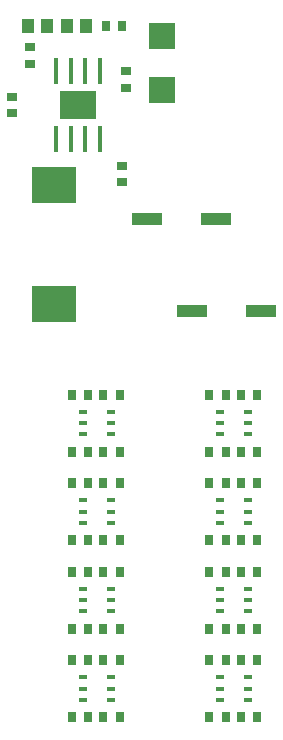
<source format=gtp>
%FSAX43Y43*%
%MOMM*%
G71*
G01*
G75*
G04 Layer_Color=8421504*
%ADD10R,2.540X1.016*%
%ADD11R,2.300X2.300*%
%ADD12R,0.800X0.900*%
%ADD13R,0.800X0.350*%
%ADD14R,0.450X2.200*%
%ADD15R,3.100X2.400*%
%ADD16R,0.900X0.800*%
%ADD17R,1.000X1.300*%
%ADD18R,3.683X3.048*%
%ADD19C,0.381*%
%ADD20C,0.254*%
%ADD21C,0.889*%
%ADD22C,0.762*%
%ADD23C,0.508*%
%ADD24C,1.016*%
%ADD25C,1.270*%
%ADD26R,4.318X2.921*%
%ADD27R,4.699X3.810*%
%ADD28R,1.270X1.270*%
%ADD29R,1.172X0.820*%
%ADD30R,1.016X1.016*%
%ADD31R,1.143X1.074*%
%ADD32R,1.001X1.074*%
%ADD33R,1.143X1.074*%
%ADD34R,3.302X2.159*%
%ADD35R,3.937X2.540*%
%ADD36R,2.032X2.032*%
%ADD37R,2.024X2.159*%
%ADD38R,2.032X2.159*%
%ADD39R,2.257X2.180*%
%ADD40R,2.794X2.794*%
%ADD41R,10.287X1.778*%
%ADD42R,10.287X1.651*%
%ADD43R,0.635X0.762*%
%ADD44R,2.591X1.778*%
%ADD45R,1.575X1.397*%
%ADD46R,2.540X1.016*%
%ADD47R,1.473X29.972*%
%ADD48R,2.540X1.778*%
%ADD49R,1.524X1.397*%
%ADD50R,1.397X29.972*%
%ADD51R,7.112X2.413*%
%ADD52R,2.794X6.731*%
%ADD53R,1.016X6.731*%
%ADD54C,0.508*%
%ADD55C,1.524*%
%ADD56C,1.016*%
%ADD57R,1.500X1.500*%
%ADD58C,1.500*%
%ADD59R,1.500X1.500*%
%ADD60C,4.000*%
%ADD61R,1.524X1.524*%
%ADD62R,2.000X2.000*%
%ADD63C,2.000*%
%ADD64C,1.600*%
%ADD65C,1.778*%
%ADD66R,1.100X1.700*%
%ADD67R,2.413X3.048*%
%ADD68R,2.413X2.540*%
%ADD69R,1.898X2.032*%
%ADD70R,1.397X1.397*%
%ADD71R,2.286X2.286*%
%ADD72R,1.898X2.024*%
%ADD73R,1.898X2.041*%
%ADD74R,1.898X2.215*%
%ADD75C,0.250*%
%ADD76C,0.127*%
%ADD77C,0.200*%
%ADD78C,0.100*%
D10*
X0131826Y0100965D02*
D03*
X0125984D02*
D03*
X0135636Y0093218D02*
D03*
X0129794D02*
D03*
D11*
X0127254Y0116423D02*
D03*
Y0111923D02*
D03*
D12*
X0123687Y0071120D02*
D03*
X0122287D02*
D03*
X0135320D02*
D03*
X0133920D02*
D03*
X0121020Y0066294D02*
D03*
X0119620D02*
D03*
X0123687D02*
D03*
X0122287D02*
D03*
X0121020Y0071120D02*
D03*
X0119620D02*
D03*
X0132653D02*
D03*
X0131253D02*
D03*
X0132653Y0066294D02*
D03*
X0131253D02*
D03*
X0135320D02*
D03*
X0133920D02*
D03*
X0123687Y0058801D02*
D03*
X0122287D02*
D03*
X0135320D02*
D03*
X0133920D02*
D03*
X0121020Y0063627D02*
D03*
X0119620D02*
D03*
X0123687D02*
D03*
X0122287D02*
D03*
X0135320D02*
D03*
X0133920D02*
D03*
X0121020Y0058801D02*
D03*
X0119620D02*
D03*
X0132653Y0063627D02*
D03*
X0131253D02*
D03*
X0132653Y0058801D02*
D03*
X0131253D02*
D03*
X0123687Y0081280D02*
D03*
X0122287D02*
D03*
X0123687Y0086106D02*
D03*
X0122287D02*
D03*
X0121020Y0081280D02*
D03*
X0119620D02*
D03*
X0121020Y0086106D02*
D03*
X0119620D02*
D03*
X0135320Y0081280D02*
D03*
X0133920D02*
D03*
X0132653D02*
D03*
X0131253D02*
D03*
X0132653Y0086106D02*
D03*
X0131253D02*
D03*
X0135320D02*
D03*
X0133920D02*
D03*
X0123687Y0073787D02*
D03*
X0122287D02*
D03*
X0121020Y0078613D02*
D03*
X0119620D02*
D03*
X0121020Y0073787D02*
D03*
X0119620D02*
D03*
X0123687Y0078613D02*
D03*
X0122287D02*
D03*
X0132653D02*
D03*
X0131253D02*
D03*
X0132653Y0073787D02*
D03*
X0131253D02*
D03*
X0135320Y0078613D02*
D03*
X0133920D02*
D03*
X0135320Y0073787D02*
D03*
X0133920D02*
D03*
X0122490Y0117348D02*
D03*
X0123890D02*
D03*
D13*
X0122936Y0069647D02*
D03*
X0120523Y0068707D02*
D03*
Y0069647D02*
D03*
X0122936Y0068707D02*
D03*
X0120523Y0067767D02*
D03*
X0122936D02*
D03*
X0134569Y0069647D02*
D03*
X0132156Y0068707D02*
D03*
Y0069647D02*
D03*
X0134569Y0068707D02*
D03*
X0132156Y0067767D02*
D03*
X0134569D02*
D03*
X0122936Y0062154D02*
D03*
X0120523Y0061214D02*
D03*
Y0062154D02*
D03*
X0122936Y0061214D02*
D03*
X0120523Y0060274D02*
D03*
X0122936D02*
D03*
X0134569Y0062154D02*
D03*
X0132156Y0061214D02*
D03*
Y0062154D02*
D03*
X0134569Y0061214D02*
D03*
X0132156Y0060274D02*
D03*
X0134569D02*
D03*
X0122936Y0084633D02*
D03*
X0120523Y0083693D02*
D03*
Y0084633D02*
D03*
X0122936Y0083693D02*
D03*
X0120523Y0082753D02*
D03*
X0122936D02*
D03*
X0134569Y0084633D02*
D03*
X0132156Y0083693D02*
D03*
Y0084633D02*
D03*
X0134569Y0083693D02*
D03*
X0132156Y0082753D02*
D03*
X0134569D02*
D03*
X0122936Y0077140D02*
D03*
X0120523Y0076200D02*
D03*
Y0077140D02*
D03*
X0122936Y0076200D02*
D03*
X0120523Y0075260D02*
D03*
X0122936D02*
D03*
X0134569Y0077140D02*
D03*
X0132156Y0076200D02*
D03*
Y0077140D02*
D03*
X0134569Y0076200D02*
D03*
X0132156Y0075260D02*
D03*
X0134569D02*
D03*
D14*
X0122017Y0113492D02*
D03*
X0119517D02*
D03*
X0118267D02*
D03*
X0120767D02*
D03*
Y0107742D02*
D03*
X0118267D02*
D03*
X0119517D02*
D03*
X0122017D02*
D03*
D15*
X0120142Y0110617D02*
D03*
D16*
X0116078Y0115508D02*
D03*
Y0114108D02*
D03*
X0124206Y0112076D02*
D03*
Y0113476D02*
D03*
X0114554Y0109917D02*
D03*
Y0111317D02*
D03*
X0123825Y0104075D02*
D03*
Y0105475D02*
D03*
D17*
X0117513Y0117348D02*
D03*
X0115913D02*
D03*
X0120815D02*
D03*
X0119215D02*
D03*
D18*
X0118110Y0093789D02*
D03*
Y0103823D02*
D03*
M02*

</source>
